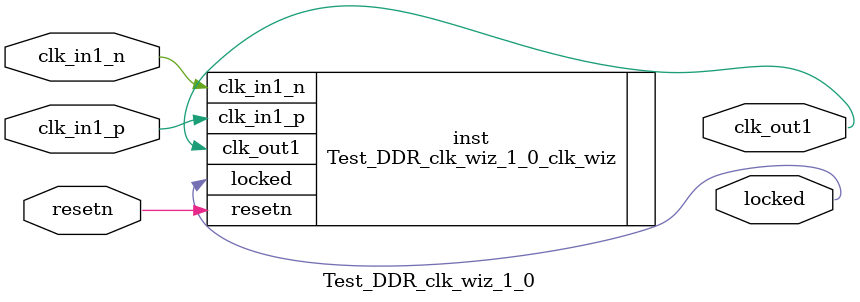
<source format=v>


`timescale 1ps/1ps

(* CORE_GENERATION_INFO = "Test_DDR_clk_wiz_1_0,clk_wiz_v6_0_12_0_0,{component_name=Test_DDR_clk_wiz_1_0,use_phase_alignment=true,use_min_o_jitter=false,use_max_i_jitter=false,use_dyn_phase_shift=false,use_inclk_switchover=false,use_dyn_reconfig=false,enable_axi=0,feedback_source=FDBK_AUTO,PRIMITIVE=MMCM,num_out_clk=1,clkin1_period=6.250,clkin2_period=10.000,use_power_down=false,use_reset=true,use_locked=true,use_inclk_stopped=false,feedback_type=SINGLE,CLOCK_MGR_TYPE=NA,manual_override=false}" *)

module Test_DDR_clk_wiz_1_0 
 (
  // Clock out ports
  output        clk_out1,
  // Status and control signals
  input         resetn,
  output        locked,
 // Clock in ports
  input         clk_in1_p,
  input         clk_in1_n
 );

  Test_DDR_clk_wiz_1_0_clk_wiz inst
  (
  // Clock out ports  
  .clk_out1(clk_out1),
  // Status and control signals               
  .resetn(resetn), 
  .locked(locked),
 // Clock in ports
  .clk_in1_p(clk_in1_p),
  .clk_in1_n(clk_in1_n)
  );

endmodule

</source>
